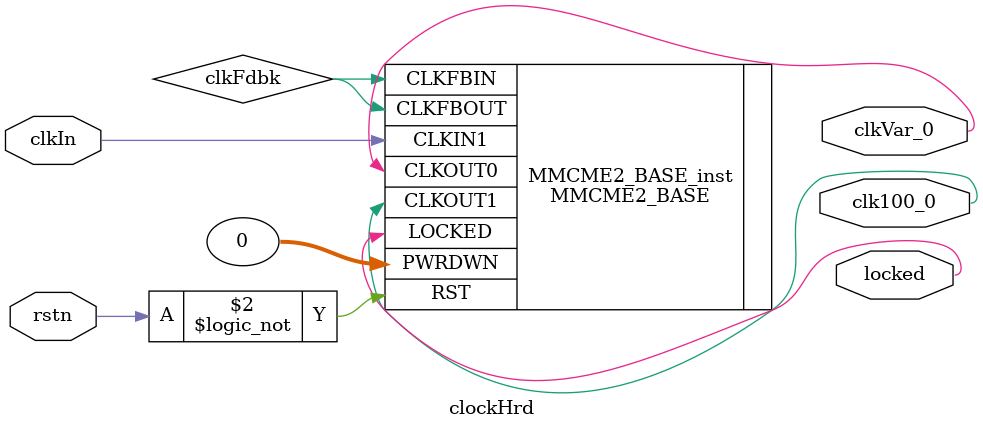
<source format=v>
/*#############################################################################\
##                                                                            ##
##       Applied Electronics - Physics Department - University of Padova      ##
##                                                                            ##
\#############################################################################*/


// Set timescale (default time unit if not otherwise specified).
`timescale 1ns / 1ps


/* Module to generate a fixed 100 MHz and a VARIABLE clock starting from an input 
   clock. Due to physical constraints of the MMCM block used, the input clock 
   must fit into the 20 MHz to 600 MHz range, and the output clock into the 
   4.68 MHz to 600 MHz range. Note that the output frequency will be approximated
   to the third decimal digit. It is STRONGLY suggested to synthetize exact clocks.
*/


module clockHrd
    // Parameters.
    # (
        parameter integer C_IN_FRQ = 100_000_000,     // Input clock frequency [Hz].
        parameter integer C_VAR_FRQ = 10_000_000     // Variable clock frequency [Hz].
    )
    
    // IO ports.
    (
        input rstn,                         // Input reset (active low).
        input clkIn,                        // Input clock.
        output locked,                      // Locked, goes high when the clock is ok.
        output clk100_0,                    // 100 MHz output clock.
        output clkVar_0                     // Variable output clock.
    );
    
    // Local parameters
    // ----------------
        
        // Transform the input clock frequency into period [ns]
        localparam C_PERIOD = (1E9 / C_IN_FRQ); 
        
        // Set the range of the synthetizable clocks. The output clock frewquency is equal to
        // C_OUT_FRQ = (C_IN_FRQ * C_MULT) / (C_DIV1 * C_DIV2). The minimum MMCM VCO frequency
        // is 600 MHz, ad is equal to (C_IN_FRQ * C_MULT / C_DIV1), which limits the multiplier
        // and divider setting to any combination like the following for the low frequency
        // regime where we operate.
        localparam integer C_MULT = 1200000000 / C_IN_FRQ;      // Range [2 - 64] 
        localparam integer C_DIV1 = 2;                          // Range [1 - 106].
        
        // Assuming the VCO is set to operate at 1200/2 = 600 MHz, here we divide to obrain the
        // variable output clock frequency.
        localparam real C_DIVVAR = 600000000.0 / C_VAR_FRQ;     // Range [0.000 - 128.000], used to set the variable clock.
        localparam integer C_DIV100 = 6;                        // Range [0 - 128], used to set the 100 MHz clock.
        
        
    // Local wiring
    // ------------
    
        wire clkFdbk;                   // Feedback loop for the MMCM module.
    
    
    // Hardware modules
    // ----------------
    
    
     
    // Artix/Kintex 7 family MMCM block instantiation (base) parameters.
    MMCME2_BASE #(
        
        // Clock properties.
        .CLKIN1_PERIOD(C_PERIOD),       // Input clock period in ns to ps resolution (i.e. 33.333 is 30 MHz).
        .CLKFBOUT_MULT_F(C_MULT),       // Multiply value for all CLKOUT (2.000-64.000).
        .DIVCLK_DIVIDE(C_DIV1),         // Master division value (1-106)
        .CLKFBOUT_PHASE(0.0),           // Phase offset in degrees of CLKFB (-360.000-360.000).
        
        // Behaviour of the module.
        .BANDWIDTH("OPTIMIZED"),        // Jitter programming (OPTIMIZED, HIGH, LOW)
        .REF_JITTER1(0.0),              // Reference input jitter in UI (0.000-0.999).
        .CLKOUT4_CASCADE("FALSE"),      // Cascade CLKOUT4 counter with CLKOUT6 (FALSE, TRUE)
        .STARTUP_WAIT("FALSE"),         // Delays DONE until MMCM is locked (FALSE, TRUE)
        
        // CLKOUT0_DIVIDE - CLKOUT6_DIVIDE: Divide amount for each CLKOUT (1-128)
        .CLKOUT0_DIVIDE_F(C_DIVVAR),    // Divide amount for CLKOUT0 (1.000-128.000).
        .CLKOUT1_DIVIDE(C_DIV100),      // Limited to 1-128, integer only.
        .CLKOUT2_DIVIDE(1),             // Limited to 1-128, integer only.
        .CLKOUT3_DIVIDE(1),             // Limited to 1-128, integer only.    
        .CLKOUT4_DIVIDE(1),             // Limited to 1-128, integer only.    
        .CLKOUT5_DIVIDE(1),             // Limited to 1-128, integer only.
        .CLKOUT6_DIVIDE(1),             // Limited to 1-128, integer only.
      
        // CLKOUT0_DUTY_CYCLE - CLKOUT6_DUTY_CYCLE: Duty cycle for each CLKOUT (0.01-0.99).
        .CLKOUT0_DUTY_CYCLE(0.5),
        .CLKOUT1_DUTY_CYCLE(0.5),
        .CLKOUT2_DUTY_CYCLE(0.5),
        .CLKOUT3_DUTY_CYCLE(0.5),
        .CLKOUT4_DUTY_CYCLE(0.5),
        .CLKOUT5_DUTY_CYCLE(0.5),
        .CLKOUT6_DUTY_CYCLE(0.5),
      
        // CLKOUT0_PHASE - CLKOUT6_PHASE: Phase offset for each CLKOUT (-360.000-360.000).
        .CLKOUT0_PHASE(0.0),
        .CLKOUT1_PHASE(0.0),
        .CLKOUT2_PHASE(0.0),
        .CLKOUT3_PHASE(0.0),
        .CLKOUT4_PHASE(0.0),
        .CLKOUT5_PHASE(0.0),
        .CLKOUT6_PHASE(0.0)
    )
    
    // Artix/Kintex 7 family MMCM block instantiation (base) ports.
    MMCME2_BASE_inst (
      
        // Clock Inputs: 1-bit (each) input: Clock input
        .CLKIN1(clkIn),                 // 1-bit input: Clock
              
        // Clock Outputs: 1-bit (each) output: User configurable clock outputs
        .CLKOUT0(clkVar_0),               // 1-bit output: CLKOUT0
        //.CLKOUT0B(CLKOUT0B),          // 1-bit output: Inverted CLKOUT0
        .CLKOUT1(clk100_0),              // 1-bit output: CLKOUT1
        //.CLKOUT1B(CLKOUT1B),          // 1-bit output: Inverted CLKOUT1
        //.CLKOUT2(CLKOUT2),            // 1-bit output: CLKOUT2
        //.CLKOUT2B(CLKOUT2B),          // 1-bit output: Inverted CLKOUT2
        //.CLKOUT3(CLKOUT3),            // 1-bit output: CLKOUT3
        //.CLKOUT3B(CLKOUT3B),          // 1-bit output: Inverted CLKOUT3
        //.CLKOUT4(CLKOUT4),            // 1-bit output: CLKOUT4
        //.CLKOUT5(CLKOUT5),            // 1-bit output: CLKOUT5
        //.CLKOUT6(CLKOUT6),            // 1-bit output: CLKOUT6
        
        // Feedback Clocks: 1-bit (each) output: Clock feedback ports
        .CLKFBOUT(clkFdbk),             // 1-bit output: Feedback clock
        //.CLKFBOUTB(CLKFBOUTB),        // 1-bit output: Inverted CLKFBOUT
        
        // Status Ports: 1-bit (each) output: MMCM status ports
        .LOCKED(locked),                // 1-bit output: LOCK
                
        // Control Ports: 1-bit (each) input: MMCM control ports
        .PWRDWN(0),                     // 1-bit input: Power-down
        .RST(!rstn),                    // 1-bit input: Reset
        
        // Feedback Clocks: 1-bit (each) input: Clock feedback ports
        .CLKFBIN(clkFdbk)               // 1-bit input: Feedback clock
   );
       
endmodule

</source>
